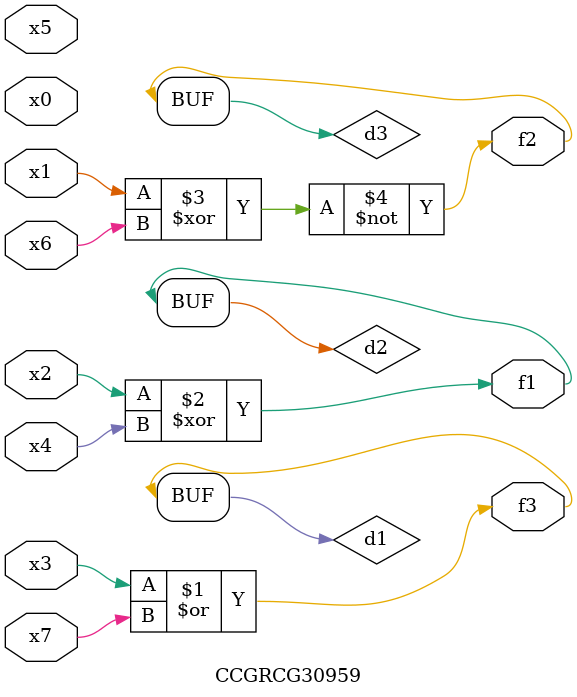
<source format=v>
module CCGRCG30959(
	input x0, x1, x2, x3, x4, x5, x6, x7,
	output f1, f2, f3
);

	wire d1, d2, d3;

	or (d1, x3, x7);
	xor (d2, x2, x4);
	xnor (d3, x1, x6);
	assign f1 = d2;
	assign f2 = d3;
	assign f3 = d1;
endmodule

</source>
